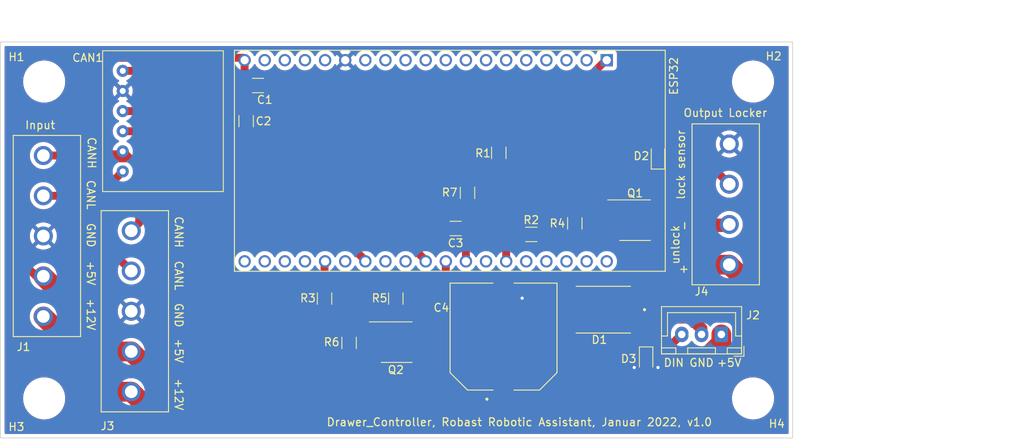
<source format=kicad_pcb>
(kicad_pcb (version 20211014) (generator pcbnew)
  (layers (0 "F.Cu" signal) (31 "B.Cu" signal) (34 "B.Paste" user) (35 "F.Paste" user) (36 "B.SilkS" user "B.Silkscreen") (37 "F.SilkS" user "F.Silkscreen") (38 "B.Mask" user) (39 "F.Mask" user) (44 "Edge.Cuts" user))
  (net 0 "")
  (net 1 "+5V")
  (net 2 "GND")
  (net 3 "Net-(CAN1-Pad3)")
  (net 4 "Net-(CAN1-Pad4)")
  (net 5 "CANH")
  (net 6 "CANL")
  (net 7 "+3V3")
  (net 8 "Net-(D1-PadA)")
  (net 9 "+12V")
  (net 10 "Net-(Q1-Pad4)")
  (net 40 "Net-(R2-Pad1)")
  (net 41 "Net-(C3-Pad1)")
  (net 42 "Net-(D2-Pad1)")
  (net 43 "Net-(D3-Pad1)")
  (net 44 "Net-(J2-Pad2)")
  (net 45 "Net-(R3-Pad1)")
  (net 46 "Net-(Q2-Pad4)")
  (net 47 "Net-(R5-Pad1)")
  (footprint "Resistor_SMD:R_1206_3216Metric_Pad1.30x1.75mm_HandSolder" (layer "F.Cu") (at 146.5 138 90)
    (fp_text reference "R6" (at 0.1 -2.2 180) (layer "F.SilkS"))
    (fp_text value "100k")
    (fp_line (start -0.727064 0.91) (end 0.727064 0.91) (layer "F.SilkS") (width 0.12))
    (fp_line (start -0.727064 -0.91) (end 0.727064 -0.91) (layer "F.SilkS") (width 0.12))
    (pad "1" smd roundrect (at -1.55 0 90) (size 1.3 1.75) (layers "F.Cu" "F.Paste" "F.Mask") (roundrect_rratio 0.1923076923) (net 46 "Net-(Q2-Pad4)"))
    (pad "2" smd roundrect (at 1.55 0 90) (size 1.3 1.75) (layers "F.Cu" "F.Paste" "F.Mask") (roundrect_rratio 0.1923076923) (net 2 "GND"))
  )
  (footprint "Package_SO:SOIC-8_3.9x4.9mm_P1.27mm" (layer "F.Cu") (at 182.6 122.5)
    (fp_text reference "Q1" (at 0 -3.4) (layer "F.SilkS"))
    (fp_text value "IRF7401")
    (fp_line (start 0 2.56) (end -1.95 2.56) (layer "F.SilkS") (width 0.12))
    (fp_line (start 0 -2.56) (end 1.95 -2.56) (layer "F.SilkS") (width 0.12))
    (fp_line (start 0 -2.56) (end -3.45 -2.56) (layer "F.SilkS") (width 0.12))
    (fp_line (start 0 2.56) (end 1.95 2.56) (layer "F.SilkS") (width 0.12))
    (pad "1" smd roundrect (at -2.475 -1.905) (size 1.95 0.6) (layers "F.Cu" "F.Paste" "F.Mask") (net 2 "GND"))
    (pad "2" smd roundrect (at -2.475 -0.635) (size 1.95 0.6) (layers "F.Cu" "F.Paste" "F.Mask") (net 2 "GND"))
    (pad "3" smd roundrect (at -2.475 0.635) (size 1.95 0.6) (layers "F.Cu" "F.Paste" "F.Mask") (net 2 "GND"))
    (pad "4" smd roundrect (at -2.475 1.905) (size 1.95 0.6) (layers "F.Cu" "F.Paste" "F.Mask") (net 10 "Net-(Q1-Pad4)"))
    (pad "5" smd roundrect (at 2.475 1.905) (size 1.95 0.6) (layers "F.Cu" "F.Paste" "F.Mask") (net 8 "Net-(D1-PadA)"))
    (pad "6" smd roundrect (at 2.475 0.635) (size 1.95 0.6) (layers "F.Cu" "F.Paste" "F.Mask") (net 8 "Net-(D1-PadA)"))
    (pad "7" smd roundrect (at 2.475 -0.635) (size 1.95 0.6) (layers "F.Cu" "F.Paste" "F.Mask") (net 8 "Net-(D1-PadA)"))
    (pad "8" smd roundrect (at 2.475 -1.905) (size 1.95 0.6) (layers "F.Cu" "F.Paste" "F.Mask") (net 8 "Net-(D1-PadA)"))
  )
  (footprint "5 Position Terminal Block Header, Male, vertical:phoenix_5Pin_TerminalBlockHeader_male_vertical" (layer "F.Cu") (at 107.9 124.5 90)
    (fp_text reference "J1" (at -14 -2.5 180) (layer "F.SilkS"))
    (fp_text value "691311500005")
    (fp_line (start -12.7 4.7) (end 12.7 4.7) (layer "F.SilkS") (width 0.127))
    (fp_line (start 12.7 4.7) (end 12.7 -3.8) (layer "F.SilkS") (width 0.127))
    (fp_line (start 12.7 -3.8) (end -12.7 -3.8) (layer "F.SilkS") (width 0.127))
    (fp_line (start -12.7 -3.8) (end -12.7 4.7) (layer "F.SilkS") (width 0.127))
    (pad "1" thru_hole circle locked (at -10.16 0 90) (size 2.4 2.4) (drill 1.6) (layers *.Cu *.Mask) (net 9 "+12V"))
    (pad "2" thru_hole circle locked (at -5.08 0 90) (size 2.4 2.4) (drill 1.6) (layers *.Cu *.Mask) (net 1 "+5V"))
    (pad "3" thru_hole circle locked (at 0 0 90) (size 2.4 2.4) (drill 1.6) (layers *.Cu *.Mask) (net 2 "GND"))
    (pad "4" thru_hole circle locked (at 5.08 0 90) (size 2.4 2.4) (drill 1.6) (layers *.Cu *.Mask) (net 6 "CANL"))
    (pad "5" thru_hole circle locked (at 10.16 0 90) (size 2.4 2.4) (drill 1.6) (layers *.Cu *.Mask) (net 5 "CANH"))
  )
  (footprint "SN65HVD230_Module:SN65HSV230_Module" (layer "F.Cu") (at 117.92 103.65 -90)
    (fp_text reference "CAN1" (at -1.65 4.42 unlocked) (layer "F.SilkS"))
    (fp_text value "SN65HVD230_Module")
    (fp_rect (start -2.54 2.54) (end 15.24 -12.7) (layer "F.SilkS") (width 0.12) (fill none))
    (pad "1" thru_hole circle (at 0 0 270) (size 1.524 1.524) (drill 0.762) (layers *.Cu *.Mask) (net 7 "+3V3"))
    (pad "2" thru_hole circle (at 2.54 0 270) (size 1.524 1.524) (drill 0.762) (layers *.Cu *.Mask) (net 2 "GND"))
    (pad "3" thru_hole circle (at 5.08 0 270) (size 1.524 1.524) (drill 0.762) (layers *.Cu *.Mask) (net 3 "Net-(CAN1-Pad3)"))
    (pad "4" thru_hole circle (at 7.62 0 270) (size 1.524 1.524) (drill 0.762) (layers *.Cu *.Mask) (net 4 "Net-(CAN1-Pad4)"))
    (pad "5" thru_hole circle (at 10.16 0 270) (size 1.524 1.524) (drill 0.762) (layers *.Cu *.Mask) (net 5 "CANH"))
    (pad "6" thru_hole circle (at 12.7 0 270) (size 1.524 1.524) (drill 0.762) (layers *.Cu *.Mask) (net 6 "CANL"))
  )
  (footprint "Resistor_SMD:R_1206_3216Metric_Pad1.30x1.75mm_HandSolder" (layer "F.Cu") (at 169.5 124.3)
    (fp_text reference "R2" (at 0 -1.82) (layer "F.SilkS"))
    (fp_text value "100")
    (fp_line (start -0.727064 0.91) (end 0.727064 0.91) (layer "F.SilkS") (width 0.12))
    (fp_line (start -0.727064 -0.91) (end 0.727064 -0.91) (layer "F.SilkS") (width 0.12))
    (pad "1" smd roundrect (at -1.55 0) (size 1.3 1.75) (layers "F.Cu" "F.Paste" "F.Mask") (roundrect_rratio 0.1923076923) (net 40 "Net-(R2-Pad1)"))
    (pad "2" smd roundrect (at 1.55 0) (size 1.3 1.75) (layers "F.Cu" "F.Paste" "F.Mask") (roundrect_rratio 0.1923076923) (net 10 "Net-(Q1-Pad4)"))
  )
  (footprint "Package_SO:SOIC-8_3.9x4.9mm_P1.27mm" (layer "F.Cu") (at 152.5 137.9)
    (fp_text reference "Q2" (at -0.1 3.5) (layer "F.SilkS"))
    (fp_text value "IRF7401")
    (fp_line (start 0 -2.56) (end 1.95 -2.56) (layer "F.SilkS") (width 0.12))
    (fp_line (start 0 2.56) (end -1.95 2.56) (layer "F.SilkS") (width 0.12))
    (fp_line (start 0 2.56) (end 1.95 2.56) (layer "F.SilkS") (width 0.12))
    (fp_line (start 0 -2.56) (end -3.45 -2.56) (layer "F.SilkS") (width 0.12))
    (pad "1" smd roundrect (at -2.475 -1.905) (size 1.95 0.6) (layers "F.Cu" "F.Paste" "F.Mask") (net 2 "GND"))
    (pad "2" smd roundrect (at -2.475 -0.635) (size 1.95 0.6) (layers "F.Cu" "F.Paste" "F.Mask") (net 2 "GND"))
    (pad "3" smd roundrect (at -2.475 0.635) (size 1.95 0.6) (layers "F.Cu" "F.Paste" "F.Mask") (net 2 "GND"))
    (pad "4" smd roundrect (at -2.475 1.905) (size 1.95 0.6) (layers "F.Cu" "F.Paste" "F.Mask") (net 46 "Net-(Q2-Pad4)"))
    (pad "5" smd roundrect (at 2.475 1.905) (size 1.95 0.6) (layers "F.Cu" "F.Paste" "F.Mask") (net 44 "Net-(J2-Pad2)"))
    (pad "6" smd roundrect (at 2.475 0.635) (size 1.95 0.6) (layers "F.Cu" "F.Paste" "F.Mask") (net 44 "Net-(J2-Pad2)"))
    (pad "7" smd roundrect (at 2.475 -0.635) (size 1.95 0.6) (layers "F.Cu" "F.Paste" "F.Mask") (net 44 "Net-(J2-Pad2)"))
    (pad "8" smd roundrect (at 2.475 -1.905) (size 1.95 0.6) (layers "F.Cu" "F.Paste" "F.Mask") (net 44 "Net-(J2-Pad2)"))
  )
  (footprint "Resistor_SMD:R_1206_3216Metric_Pad1.30x1.75mm_HandSolder" (layer "F.Cu") (at 143.4 132.4 -90)
    (fp_text reference "R3" (at -0.05 2.1 180) (layer "F.SilkS"))
    (fp_text value "470")
    (fp_line (start -0.727064 0.91) (end 0.727064 0.91) (layer "F.SilkS") (width 0.12))
    (fp_line (start -0.727064 -0.91) (end 0.727064 -0.91) (layer "F.SilkS") (width 0.12))
    (pad "1" smd roundrect (at -1.55 0 270) (size 1.3 1.75) (layers "F.Cu" "F.Paste" "F.Mask") (roundrect_rratio 0.1923076923) (net 45 "Net-(R3-Pad1)"))
    (pad "2" smd roundrect (at 1.55 0 270) (size 1.3 1.75) (layers "F.Cu" "F.Paste" "F.Mask") (roundrect_rratio 0.1923076923) (net 43 "Net-(D3-Pad1)"))
  )
  (footprint "MountingHole:MountingHole_4.3mm_M4_ISO7380" (layer "F.Cu") (at 197.5 145)
    (fp_text reference "H4" (at 3 3.2) (layer "F.SilkS"))
    (fp_text value "MountingHole")
    (pad "" np_thru_hole circle (at 0 0) (size 4.3 4.3) (drill 4.3) (layers *.Cu *.Mask))
  )
  (footprint "Diode_SMD:D_SOD-323" (layer "F.Cu") (at 185.5 114.55 90)
    (fp_text reference "D2" (at 0.15 -2.1 180) (layer "F.SilkS"))
    (fp_text value "PESD 12VL1BA")
    (fp_line (start -1.5 -0.85) (end -1.5 0.85) (layer "F.SilkS") (width 0.12))
    (fp_line (start -1.5 -0.85) (end 1.05 -0.85) (layer "F.SilkS") (width 0.12))
    (fp_line (start -1.5 0.85) (end 1.05 0.85) (layer "F.SilkS") (width 0.12))
    (pad "1" smd rect (at -1.05 0 90) (size 0.6 0.45) (layers "F.Cu" "F.Paste" "F.Mask") (net 42 "Net-(D2-Pad1)"))
    (pad "2" smd rect (at 1.05 0 90) (size 0.6 0.45) (layers "F.Cu" "F.Paste" "F.Mask") (net 2 "GND"))
  )
  (footprint "Resistor_SMD:R_1206_3216Metric_Pad1.30x1.75mm_HandSolder" (layer "F.Cu") (at 152.4 132.4 -90)
    (fp_text reference "R5" (at -0.05 2.05 -180) (layer "F.SilkS"))
    (fp_text value "1k")
    (fp_line (start -0.727064 0.91) (end 0.727064 0.91) (layer "F.SilkS") (width 0.12))
    (fp_line (start -0.727064 -0.91) (end 0.727064 -0.91) (layer "F.SilkS") (width 0.12))
    (pad "1" smd roundrect (at -1.55 0 270) (size 1.3 1.75) (layers "F.Cu" "F.Paste" "F.Mask") (roundrect_rratio 0.1923076923) (net 47 "Net-(R5-Pad1)"))
    (pad "2" smd roundrect (at 1.55 0 270) (size 1.3 1.75) (layers "F.Cu" "F.Paste" "F.Mask") (roundrect_rratio 0.1923076923) (net 46 "Net-(Q2-Pad4)"))
  )
  (footprint "Capacitor_SMD:C_1206_3216Metric_Pad1.33x1.80mm_HandSolder" (layer "F.Cu") (at 135 105.5 180)
    (fp_text reference "C1" (at -0.85 -1.8 180) (layer "F.SilkS"))
    (fp_text value "10uF")
    (fp_line (start -0.711252 0.91) (end 0.711252 0.91) (layer "F.SilkS") (width 0.12))
    (fp_line (start -0.711252 -0.91) (end 0.711252 -0.91) (layer "F.SilkS") (width 0.12))
    (pad "1" smd roundrect (at -1.5625 0 180) (size 1.325 1.8) (layers "F.Cu" "F.Paste" "F.Mask") (roundrect_rratio 0.1886792453) (net 2 "GND"))
    (pad "2" smd roundrect (at 1.5625 0 180) (size 1.325 1.8) (layers "F.Cu" "F.Paste" "F.Mask") (roundrect_rratio 0.1886792453) (net 1 "+5V"))
  )
  (footprint "5 Position Terminal Block Header, Male, vertical:phoenix_5Pin_TerminalBlockHeader_male_vertical" (layer "F.Cu") (at 119 134 90)
    (fp_text reference "J3" (at -14.5 -3 180) (layer "F.SilkS"))
    (fp_text value "691311500005")
    (fp_line (start 12.7 4.7) (end 12.7 -3.8) (layer "F.SilkS") (width 0.127))
    (fp_line (start -12.7 4.7) (end 12.7 4.7) (layer "F.SilkS") (width 0.127))
    (fp_line (start -12.7 -3.8) (end -12.7 4.7) (layer "F.SilkS") (width 0.127))
    (fp_line (start 12.7 -3.8) (end -12.7 -3.8) (layer "F.SilkS") (width 0.127))
    (pad "1" thru_hole circle locked (at -10.16 0 90) (size 2.4 2.4) (drill 1.6) (layers *.Cu *.Mask) (net 9 "+12V"))
    (pad "2" thru_hole circle locked (at -5.08 0 90) (size 2.4 2.4) (drill 1.6) (layers *.Cu *.Mask) (net 1 "+5V"))
    (pad "3" thru_hole circle locked (at 0 0 90) (size 2.4 2.4) (drill 1.6) (layers *.Cu *.Mask) (net 2 "GND"))
    (pad "4" thru_hole circle locked (at 5.08 0 90) (size 2.4 2.4) (drill 1.6) (layers *.Cu *.Mask) (net 6 "CANL"))
    (pad "5" thru_hole circle locked (at 10.16 0 90) (size 2.4 2.4) (drill 1.6) (layers *.Cu *.Mask) (net 5 "CANH"))
  )
  (footprint "EEEFK1E102AQ:CAP_EEEFK1E102AQ" (layer "F.Cu") (at 166 137.2 90)
    (fp_text reference "C4" (at 3.65 -7.85 180) (layer "F.SilkS"))
    (fp_text value "1000uF EEEFK1E102AQ")
    (fp_line (start 6.75 -6.75) (end -4.55 -6.75) (layer "F.SilkS") (width 0.127))
    (fp_line (start 6.75 -1.32) (end 6.75 -6.75) (layer "F.SilkS") (width 0.127))
    (fp_line (start -6.75 1.32) (end -6.75 4.55) (layer "F.SilkS") (width 0.127))
    (fp_line (start 6.75 6.75) (end 6.75 1.32) (layer "F.SilkS") (width 0.127))
    (fp_line (start -4.55 6.75) (end 6.75 6.75) (layer "F.SilkS") (width 0.127))
    (fp_line (start -6.75 -4.55) (end -6.75 -1.32) (layer "F.SilkS") (width 0.127))
    (fp_line (start -4.55 -6.75) (end -6.75 -4.55) (layer "F.SilkS") (width 0.127))
    (fp_line (start -6.75 4.55) (end -4.55 6.75) (layer "F.SilkS") (width 0.127))
    (fp_circle (center -7.9 -2.1) (end -7.8 -2.1) (layer "F.SilkS") (width 0.2) (fill none))
    (pad "1" smd rect locked (at -4.85 0 90) (size 5.7 2) (layers "F.Cu" "F.Paste" "F.Mask") (net 1 "+5V"))
    (pad "2" smd rect locked (at 4.85 0 90) (size 5.7 2) (layers "F.Cu" "F.Paste" "F.Mask") (net 2 "GND"))
  )
  (footprint "MountingHole:MountingHole_4.3mm_M4_ISO7380" (layer "F.Cu") (at 108 105)
    (fp_text reference "H1" (at -3.5 -3.1) (layer "F.SilkS"))
    (fp_text value "MountingHole")
    (pad "" np_thru_hole circle (at 0 0) (size 4.3 4.3) (drill 4.3) (layers *.Cu *.Mask))
  )
  (footprint "MountingHole:MountingHole_4.3mm_M4_ISO7380" (layer "F.Cu") (at 197.5 105)
    (fp_text reference "H2" (at 2.6 -3.2) (layer "F.SilkS"))
    (fp_text value "MountingHole")
    (pad "" np_thru_hole circle (at 0 0) (size 4.3 4.3) (drill 4.3) (layers *.Cu *.Mask))
  )
  (footprint "Resistor_SMD:R_1206_3216Metric_Pad1.30x1.75mm_HandSolder" (layer "F.Cu") (at 175 122.9 90)
    (fp_text reference "R4" (at 0 -2.2 180) (layer "F.SilkS"))
    (fp_text value "10k")
    (fp_line (start -0.727064 0.91) (end 0.727064 0.91) (layer "F.SilkS") (width 0.12))
    (fp_line (start -0.727064 -0.91) (end 0.727064 -0.91) (layer "F.SilkS") (width 0.12))
    (pad "1" smd roundrect (at -1.55 0 90) (size 1.3 1.75) (layers "F.Cu" "F.Paste" "F.Mask") (roundrect_rratio 0.1923076923) (net 10 "Net-(Q1-Pad4)"))
    (pad "2" smd roundrect (at 1.55 0 90) (size 1.3 1.75) (layers "F.Cu" "F.Paste" "F.Mask") (roundrect_rratio 0.1923076923) (net 2 "GND"))
  )
  (footprint "MountingHole:MountingHole_4.3mm_M4_ISO7380" (layer "F.Cu") (at 108 145)
    (fp_text reference "H3" (at -3.5 3.6) (layer "F.SilkS"))
    (fp_text value "MountingHole")
    (pad "" np_thru_hole circle (at 0 0) (size 4.3 4.3) (drill 4.3) (layers *.Cu *.Mask))
  )
  (footprint "Diode_SMD:D_SOD-323" (layer "F.Cu") (at 184 140 -90)
    (fp_text reference "D3" (at 0 2.2 180) (layer "F.SilkS"))
    (fp_text value "PESD 12VL1BA")
    (fp_line (start -1.5 0.85) (end 1.05 0.85) (layer "F.SilkS") (width 0.12))
    (fp_line (start -1.5 -0.85) (end -1.5 0.85) (layer "F.SilkS") (width 0.12))
    (fp_line (start -1.5 -0.85) (end 1.05 -0.85) (layer "F.SilkS") (width 0.12))
    (pad "1" smd rect (at -1.05 0 270) (size 0.6 0.45) (layers "F.Cu" "F.Paste" "F.Mask") (net 43 "Net-(D3-Pad1)"))
    (pad "2" smd rect (at 1.05 0 270) (size 0.6 0.45) (layers "F.Cu" "F.Paste" "F.Mask") (net 2 "GND"))
  )
  (footprint "Capacitor_SMD:C_1206_3216Metric_Pad1.33x1.80mm_HandSolder" (layer "F.Cu") (at 133.5 110 -90)
    (fp_text reference "C2" (at 0 -2.2) (layer "F.SilkS"))
    (fp_text value "10uF")
    (fp_line (start -0.711252 -0.91) (end 0.711252 -0.91) (layer "F.SilkS") (width 0.12))
    (fp_line (start -0.711252 0.91) (end 0.711252 0.91) (layer "F.SilkS") (width 0.12))
    (pad "1" smd roundrect (at -1.5625 0 270) (size 1.325 1.8) (layers "F.Cu" "F.Paste" "F.Mask") (roundrect_rratio 0.1886792453) (net 7 "+3V3"))
    (pad "2" smd roundrect (at 1.5625 0 270) (size 1.325 1.8) (layers "F.Cu" "F.Paste" "F.Mask") (roundrect_rratio 0.1886792453) (net 2 "GND"))
  )
  (footprint "ESP32 DevKit:MODULE_ESP32-DEVKITC-32D" (layer "F.Cu") (at 159.27 115 -90)
    (fp_text reference "U1" hide)
    (fp_text value "ESP32-DEVKITC-32D")
    (fp_line (start 13.95 -27.15) (end 13.95 27.25) (layer "F.SilkS") (width 0.127))
    (fp_line (start 13.95 27.25) (end -13.95 27.25) (layer "F.SilkS") (width 0.127))
    (fp_line (start -13.95 27.25) (end -13.95 -27.15) (layer "F.SilkS") (width 0.127))
    (fp_line (start -13.95 -27.15) (end 13.95 -27.15) (layer "F.SilkS") (width 0.127))
    (pad "1" thru_hole rect locked (at -12.7 -19.76 270) (size 1.56 1.56) (drill 1.04) (layers *.Cu *.Mask) (net 7 "+3V3"))
    (pad "2" thru_hole circle locked (at -12.7 -17.22 270) (size 1.56 1.56) (drill 1.04) (layers *.Cu *.Mask))
    (pad "3" thru_hole circle locked (at -12.7 -14.68 270) (size 1.56 1.56) (drill 1.04) (layers *.Cu *.Mask))
    (pad "4" thru_hole circle locked (at -12.7 -12.14 270) (size 1.56 1.56) (drill 1.04) (layers *.Cu *.Mask))
    (pad "5" thru_hole circle locked (at -12.7 -9.6 270) (size 1.56 1.56) (drill 1.04) (layers *.Cu *.Mask))
    (pad "6" thru_hole circle locked (at -12.7 -7.06 270) (size 1.56 1.56) (drill 1.04) (layers *.Cu *.Mask))
    (pad "7" thru_hole circle locked (at -12.7 -4.52 270) (size 1.56 1.56) (drill 1.04) (layers *.Cu *.Mask))
    (pad "8" thru_hole circle locked (at -12.7 -1.98 270) (size 1.56 1.56) (drill 1.04) (layers *.Cu *.Mask))
    (pad "9" thru_hole circle locked (at -12.7 0.56 270) (size 1.56 1.56) (drill 1.04) (layers *.Cu *.Mask))
    (pad "10" thru_hole circle locked (at -12.7 3.1 270) (size 1.56 1.56) (drill 1.04) (layers *.Cu *.Mask))
    (pad "11" thru_hole circle locked (at -12.7 5.64 270) (size 1.56 1.56) (drill 1.04) (layers *.Cu *.Mask))
    (pad "12" thru_hole circle locked (at -12.7 8.18 270) (size 1.56 1.56) (drill 1.04) (layers *.Cu *.Mask))
    (pad "13" thru_hole circle locked (at -12.7 10.72 270) (size 1.56 1.56) (drill 1.04) (layers *.Cu *.Mask))
    (pad "14" thru_hole circle locked (at -12.7 13.26 270) (size 1.56 1.56) (drill 1.04) (layers *.Cu *.Mask) (net 2 "GND"))
    (pad "15" thru_hole circle locked (at -12.7 15.8 270) (size 1.56 1.56) (drill 1.04) (layers *.Cu *.Mask))
    (pad "16" thru_hole circle locked (at -12.7 18.34 270) (size 1.56 1.56) (drill 1.04) (layers *.Cu *.Mask))
    (pad "17" thru_hole circle locked (at -12.7 20.88 270) (size 1.56 1.56) (drill 1.04) (layers *.Cu *.Mask))
    (pad "18" thru_hole circle locked (at -12.7 23.42 270) (size 1.56 1.56) (drill 1.04) (layers *.Cu *.Mask))
    (pad "19" thru_hole circle locked (at -12.7 25.96 270) (size 1.56 1.56) (drill 1.04) (layers *.Cu *.Mask) (net 1 "+5V"))
    (pad "20" thru_hole circle locked (at 12.7 -19.76 270) (size 1.56 1.56) (drill 1.04) (layers *.Cu *.Mask))
    (pad "21" thru_hole circle locked (at 12.7 -17.22 270) (size 1.56 1.56) (drill 1.04) (layers *.Cu *.Mask))
    (pad "22" thru_hole circle locked (at 12.7 -14.68 270) (size 1.56 1.56) (drill 1.04) (layers *.Cu *.Mask))
    (pad "23" thru_hole circle locked (at 12.7 -12.14 270) (size 1.56 1.56) (drill 1.04) (layers *.Cu *.Mask))
    (pad "24" thru_hole circle locked (at 12.7 -9.6 270) (size 1.56 1.56) (drill 1.04) (layers *.Cu *.Mask))
    (pad "25" thru_hole circle locked (at 12.7 -7.06 270) (size 1.56 1.56) (drill 1.04) (layers *.Cu *.Mask) (net 40 "Net-(R2-Pad1)"))
    (pad "26" thru_hole circle locked (at 12.7 -4.52 270) (size 1.56 1.56) (drill 1.04) (layers *.Cu *.Mask))
    (pad "27" thru_hole circle locked (at 12.7 -1.98 270) (size 1.56 1.56) (drill 1.04) (layers *.Cu *.Mask) (net 41 "Net-(C3-Pad1)"))
    (pad "28" thru_hole circle locked (at 12.7 0.56 270) (size 1.56 1.56) (drill 1.04) (layers *.Cu *.Mask) (net 47 "Net-(R5-Pad1)"))
    (pad "29" thru_hole circle locked (at 12.7 3.1 270) (size 1.56 1.56) (drill 1.04) (layers *.Cu *.Mask) (net 3 "Net-(CAN1-Pad3)"))
    (pad "30" thru_hole circle locked (at 12.7 5.64 270) (size 1.56 1.56) (drill 1.04) (layers *.Cu *.Mask))
    (pad "31" thru_hole circle locked (at 12.7 8.18 270) (size 1.56 1.56) (drill 1.04) (layers *.Cu *.Mask))
    (pad "32" thru_hole circle locked (at 12.7 10.72 270) (size 1.56 1.56) (drill 1.04) (layers *.Cu *.Mask) (net 4 "Net-(CAN1-Pad4)"))
    (pad "33" thru_hole circle locked (at 12.7 13.26 270) (size 1.56 1.56) (drill 1.04) (layers *.Cu *.Mask))
    (pad "34" thru_hole circle locked (at 12.7 15.8 270) (size 1.56 1.56) (drill 1.04) (layers *.Cu *.Mask) (net 45 "Net-(R3-Pad1)"))
    (pad "35" thru_hole circle locked (at 12.7 18.34 270) (size 1.56 1.56) (drill 1.04) (layers *.Cu *.Mask))
    (pad "36" thru_hole circle locked (at 12.7 20.88 270) (size 1.56 1.56) (drill 1.04) (layers *.Cu *.Mask))
    (pad "37" thru_hole circle locked (at 12.7 23.42 270) (size 1.56 1.56) (drill 1.04) (layers *.Cu *.Mask))
    (pad "38" thru_hole circle locked (at 12.7 25.96 270) (size 1.56 1.56) (drill 1.04) (layers *.Cu *.Mask))
  )
  (footprint "Connector_JST:JST_XH_B3B-XH-A_1x03_P2.50mm_Vertical" (layer "F.Cu") (at 193.5 136.925 180)
    (fp_text reference "J2" (at -4 2.425 180) (layer "F.SilkS"))
    (fp_text value "Conn_01x03_Female_LED_Strip")
    (fp_line (start 7.55 -1.7) (end 7.55 -2.45) (layer "F.SilkS") (width 0.12))
    (fp_line (start 6.8 2.75) (end 2.5 2.75) (layer "F.SilkS") (width 0.12))
    (fp_line (start -2.85 -2.75) (end -2.85 -1.5) (layer "F.SilkS") (width 0.12))
    (fp_line (start -0.75 -2.45) (end -2.55 -2.45) (layer "F.SilkS") (width 0.12))
    (fp_line (start -1.8 -0.2) (end -1.8 2.75) (layer "F.SilkS") (width 0.12))
    (fp_line (start 0.75 -2.45) (end 0.75 -1.7) (layer "F.SilkS") (width 0.12))
    (fp_line (start 4.25 -1.7) (end 4.25 -2.45) (layer "F.SilkS") (width 0.12))
    (fp_line (start 4.25 -2.45) (end 0.75 -2.45) (layer "F.SilkS") (width 0.12))
    (fp_line (start 0.75 -1.7) (end 4.25 -1.7) (layer "F.SilkS") (width 0.12))
    (fp_line (start -2.56 3.51) (end 7.56 3.51) (layer "F.SilkS") (width 0.12))
    (fp_line (start 6.8 -0.2) (end 6.8 2.75) (layer "F.SilkS") (width 0.12))
    (fp_line (start 7.56 -2.46) (end -2.56 -2.46) (layer "F.SilkS") (width 0.12))
    (fp_line (start 7.55 -0.2) (end 6.8 -0.2) (layer "F.SilkS") (width 0.12))
    (fp_line (start 5.75 -1.7) (end 7.55 -1.7) (layer "F.SilkS") (width 0.12))
    (fp_line (start -1.8 2.75) (end 2.5 2.75) (layer "F.SilkS") (width 0.12))
    (fp_line (start -0.75 -1.7) (end -0.75 -2.45) (layer "F.SilkS") (width 0.12))
    (fp_line (start 7.55 -2.45) (end 5.75 -2.45) (layer "F.SilkS") (width 0.12))
    (fp_line (start -2.55 -1.7) (end -0.75 -1.7) (layer "F.SilkS") (width 0.12))
    (fp_line (start 5.75 -2.45) (end 5.75 -1.7) (layer "F.SilkS") (width 0.12))
    (fp_line (start -2.55 -2.45) (end -2.55 -1.7) (layer "F.SilkS") (width 0.12))
    (fp_line (start -2.55 -0.2) (end -1.8 -0.2) (layer "F.SilkS") (width 0.12))
    (fp_line (start -1.6 -2.75) (end -2.85 -2.75) (layer "F.SilkS") (width 0.12))
    (fp_line (start -2.56 -2.46) (end -2.56 3.51) (layer "F.SilkS") (width 0.12))
    (fp_line (start 7.56 3.51) (end 7.56 -2.46) (layer "F.SilkS") (width 0.12))
    (pad "1" thru_hole roundrect (at 0 0 180) (size 1.7 1.95) (drill 0.95) (layers *.Cu *.Mask) (roundrect_rratio 0.1470588235) (net 1 "+5V"))
    (pad "2" thru_hole oval (at 2.5 0 180) (size 1.7 1.95) (drill 0.95) (layers *.Cu *.Mask) (net 44 "Net-(J2-Pad2)"))
    (pad "3" thru_hole oval (at 5 0 180) (size 1.7 1.95) (drill 0.95) (layers *.Cu *.Mask) (net 43 "Net-(D3-Pad1)"))
  )
  (footprint "4 Position Terminal Block Header, Male, vertical:phoenix_4Pin_TerminalBlockHeader_male_vertical" (layer "F.Cu") (at 194.5 120.5 -90)
    (fp_text reference "J4" (at 11 3.5 180) (layer "F.SilkS"))
    (fp_text value "691311500004")
    (fp_line (start 10.16 -3.8) (end -10.16 -3.8) (layer "F.SilkS") (width 0.127))
    (fp_line (start 10.16 4.7) (end 10.16 -3.8) (layer "F.SilkS") (width 0.127))
    (fp_line (start -10.16 4.7) (end 10.16 4.7) (layer "F.SilkS") (width 0.127))
    (fp_line (start -10.16 -3.8) (end -10.16 4.7) (layer "F.SilkS") (width 0.127))
    (pad "1" thru_hole circle locked (at -7.62 0 270) (size 2.4 2.4) (drill 1.6) (layers *.Cu *.Mask) (net 2 "GND"))
    (pad "2" thru_hole circle locked (at -2.54 0 270) (size 2.4 2.4) (drill 1.6) (layers *.Cu *.Mask) (net 42 "Net-(D2-Pad1)"))
    (pad "3" thru_hole circle locked (at 2.54 0 270) (size 2.4 2.4) (drill 1.6) (layers *.Cu *.Mask) (net 8 "Net-(D1-PadA)"))
    (pad "4" thru_hole circle locked (at 7.62 0 270) (size 2.4 2.4) (drill 1.6) (layers *.Cu *.Mask) (net 9 "+12V"))
  )
  (footprint "Resistor_SMD:R_1206_3216Metric_Pad1.30x1.75mm_HandSolder" (layer "F.Cu") (at 161.45 119.05 90)
    (fp_text reference "R7" (at 0.05 -2.25 180) (layer "F.SilkS"))
    (fp_text value "10k")
    (fp_line (start -0.727064 0.91) (end 0.727064 0.91) (layer "F.SilkS") (width 0.12))
    (fp_line (start -0.727064 -0.91) (end 0.727064 -0.91) (layer "F.SilkS") (width 0.12))
    (pad "1" smd roundrect (at -1.55 0 90) (size 1.3 1.75) (layers "F.Cu" "F.Paste" "F.Mask") (roundrect_rratio 0.1923076923) (net 41 "Net-(C3-Pad1)"))
    (pad "2" smd roundrect (at 1.55 0 90) (size 1.3 1.75) (layers "F.Cu" "F.Paste" "F.Mask") (roundrect_rratio 0.1923076923) (net 42 "Net-(D2-Pad1)"))
  )
  (footprint "Capacitor_SMD:C_1206_3216Metric_Pad1.33x1.80mm_HandSolder" (layer "F.Cu") (at 159.95 123.55 180)
    (fp_text reference "C3" (at 0 -1.85) (layer "F.SilkS"))
    (fp_text value "100nF")
    (fp_line (start -0.711252 0.91) (end 0.711252 0.91) (layer "F.SilkS") (width 0.12))
    (fp_line (start -0.711252 -0.91) (end 0.711252 -0.91) (layer "F.SilkS") (width 0.12))
    (pad "1" smd roundrect (at -1.5625 0 180) (size 1.325 1.8) (layers "F.Cu" "F.Paste" "F.Mask") (roundrect_rratio 0.1886792453) (net 41 "Net-(C3-Pad1)"))
    (pad "2" smd roundrect (at 1.5625 0 180) (size 1.325 1.8) (layers "F.Cu" "F.Paste" "F.Mask") (roundrect_rratio 0.1886792453) (net 2 "GND"))
  )
  (footprint "Resistor_SMD:R_1206_3216Metric_Pad1.30x1.75mm_HandSolder" (layer "F.Cu") (at 165.4 114 -90)
    (fp_text reference "R1" (at 0.05 2 -180) (layer "F.SilkS"))
    (fp_text value "100k")
    (fp_line (start -0.727064 -0.91) (end 0.727064 -0.91) (layer "F.SilkS") (width 0.12))
    (fp_line (start -0.727064 0.91) (end 0.727064 0.91) (layer "F.SilkS") (width 0.12))
    (pad "1" smd roundrect (at -1.55 0 270) (size 1.3 1.75) (layers "F.Cu" "F.Paste" "F.Mask") (roundrect_rratio 0.1923076923) (net 7 "+3V3"))
    (pad "2" smd roundrect (at 1.55 0 270) (size 1.3 1.75) (layers "F.Cu" "F.Paste" "F.Mask") (roundrect_rratio 0.1923076923) (net 42 "Net-(D2-Pad1)"))
  )
  (footprint "MBRS340:DIOM7959X261N" (layer "F.Cu") (at 178.6 133.8 180)
    (fp_text reference "D1" (at 0.5 -3.8) (layer "F.SilkS"))
    (fp_text value "MBRS340")
    (fp_line (start 3.4375 -2.95) (end -3.4375 -2.95) (layer "F.SilkS") (width 0.127))
    (fp_line (start -3.4375 2.95) (end 3.4375 2.95) (layer "F.SilkS") (width 0.127))
    (fp_circle (center -5.2 0) (end -5.1 0) (layer "F.SilkS") (width 0.2) (fill none))
    (pad "A" smd rect locked (at 3.455 0 180) (size 2.25 3.12) (layers "F.Cu" "F.Paste" "F.Mask") (net 8 "Net-(D1-PadA)"))
    (pad "C" smd rect locked (at -3.455 0 180) (size 2.25 3.12) (layers "F.Cu" "F.Paste" "F.Mask") (net 9 "+12V"))
  )
  (gr_rect (start 202.5 150) (end 102.5 100) (layer "Edge.Cuts") (width 0.1) (fill none))
  (gr_text "CANH" (at 114 114 270) (layer "F.SilkS") (effects (font (size 1 1))))
  (gr_text "DIN" (at 187.5 140.5) (layer "F.SilkS") (effects (font (size 1 1))))
  (gr_text "unlock\n" (at 187.7 125.6 90) (layer "F.SilkS") (effects (font (size 1 1))))
  (gr_text "GND" (at 125 134.5 270) (layer "F.SilkS") (effects (font (size 1 1))))
  (gr_text "+5V" (at 125 139 270) (layer "F.SilkS") (effects (font (size 1 1))))
  (gr_text "+5V" (at 113.9 129.2 270) (layer "F.SilkS") (effects (font (size 1 1))))
  (gr_text "-\n" (at 188.8 123.2 90) (layer "F.SilkS") (effects (font (size 1 1))))
  (gr_text "+12V" (at 125 144.5 270) (layer "F.SilkS") (effects (font (size 1 1))))
  (gr_text "GND" (at 191 140.5) (layer "F.SilkS") (effects (font (size 1 1))))
  (gr_text "+5V" (at 194.5 140.5) (layer "F.SilkS") (effects (font (size 1 1))))
  (gr_text "CANH" (at 125 124 270) (layer "F.SilkS") (effects (font (size 1 1))))
  (gr_text "lock sensor" (at 188.4 115.5 90) (layer "F.SilkS") (effects (font (size 1 1))))
  (gr_text "+" (at 188.7 128.7 90) (layer "F.SilkS") (effects (font (size 1 1))))
  (gr_text "ESP32" (at 187.5 104.3 90) (layer "F.SilkS") (effects (font (size 1 1))))
  (gr_text "GND" (at 113.9 124.4 270) (layer "F.SilkS") (effects (font (size 1 1))))
  (gr_text "CANL" (at 125 129.5 270) (layer "F.SilkS") (effects (font (size 1 1))))
  (gr_text "Drawer_Controller, Robast Robotic Assistant, Januar 2022, v1.0\n" (at 168 148) (layer "F.SilkS") (effects (font (size 1 1))))
  (gr_text "Output Locker" (at 194 108.95) (layer "F.SilkS") (effects (font (size 1 1))))
  (gr_text "Input" (at 107.5 110.5) (layer "F.SilkS") (effects (font (size 1 1))))
  (gr_text "CANL" (at 113.9 119.3 270) (layer "F.SilkS") (effects (font (size 1 1))))
  (gr_text "+12V" (at 113.9 134.4 270) (layer "F.SilkS") (effects (font (size 1 1))))
  (segment (start 123.92 144) (end 119 139.08) (width 2.5) (layer "F.Cu") (net 1))
  (segment (start 193.5 138) (end 187.5 144) (width 2.5) (layer "F.Cu") (net 1))
  (segment (start 169.1 144) (end 166.3 144) (width 2.5) (layer "F.Cu") (net 1))
  (segment (start 133.12 102) (end 133.31 102.19) (width 1) (layer "F.Cu") (net 1))
  (segment (start 187.5 144) (end 169.1 144) (width 2.5) (layer "F.Cu") (net 1))
  (segment (start 166.3 144) (end 164.1 144) (width 2.5) (layer "F.Cu") (net 1))
  (segment (start 116.5 102) (end 133.12 102) (width 1) (layer "F.Cu") (net 1))
  (segment (start 119 139.08) (end 117.4 139.08) (width 2.5) (layer "F.Cu") (net 1))
  (segment (start 167.95 144) (end 166 142.05) (width 2.5) (layer "F.Cu") (net 1))
  (segment (start 104.5 127.08) (end 104.5 112.5) (width 1) (layer "F.Cu") (net 1))
  (segment (start 193.5 136.925) (end 193.5 138) (width 2.5) (layer "F.Cu") (net 1))
  (segment (start 104.5 112.5) (end 106.5 110.5) (width 1) (layer "F.Cu") (net 1))
  (segment (start 110.5 110.5) (end 114 107) (width 1) (layer "F.Cu") (net 1))
  (segment (start 114 107) (end 114 104.5) (width 1) (layer "F.Cu") (net 1))
  (segment (start 164.1 143.95) (end 166 142.05) (width 2.5) (layer "F.Cu") (net 1))
  (segment (start 133.31 105.3725) (end 133.4375 105.5) (width 1) (layer "F.Cu") (net 1))
  (segment (start 133.31 102.19) (end 133.31 105.3725) (width 1) (layer "F.Cu") (net 1))
  (segment (start 166.6 143.7) (end 166.3 144) (width 1) (layer "F.Cu") (net 1))
  (segment (start 164.1 144) (end 164.1 143.95) (width 2.5) (layer "F.Cu") (net 1))
  (segment (start 117.4 139.08) (end 107.9 129.58) (width 2.5) (layer "F.Cu") (net 1))
  (segment (start 169.1 144) (end 167.95 144) (width 2.5) (layer "F.Cu") (net 1))
  (segment (start 114 104.5) (end 116.5 102) (width 1) (layer "F.Cu") (net 1))
  (segment (start 164.1 144) (end 123.92 144) (width 2.5) (layer "F.Cu") (net 1))
  (segment (start 106.5 110.5) (end 110.5 110.5) (width 1) (layer "F.Cu") (net 1))
  (segment (start 107 129.58) (end 104.5 127.08) (width 1) (layer "F.Cu") (net 1))
  (segment (start 166 132.35) (end 168.35 132.35) (width 1) (layer "F.Cu") (net 2))
  (segment (start 164.15 132.35) (end 166 132.35) (width 1) (layer "F.Cu") (net 2))
  (via (at 185.5 141.1) (size 0.8) (drill 0.4) (layers "F.Cu" "B.Cu") (net 2))
  (via (at 182.5 141.1) (size 0.8) (drill 0.4) (layers "F.Cu" "B.Cu") (net 2))
  (via (at 168.35 132.35) (size 0.8) (drill 0.4) (layers "F.Cu" "B.Cu") (net 2))
  (segment (start 135.5 121) (end 144.5 121) (width 1) (layer "F.Cu") (net 3))
  (segment (start 149 125.5) (end 154.08 125.5) (width 1) (layer "F.Cu") (net 3))
  (segment (start 117.92 108.73) (end 123.23 108.73) (width 1) (layer "F.Cu") (net 3))
  (segment (start 123.23 108.73) (end 135.5 121) (width 1) (layer "F.Cu") (net 3))
  (segment (start 144.5 121) (end 149 125.5) (width 1) (layer "F.Cu") (net 3))
  (segment (start 154.08 125.5) (end 156.17 127.59) (width 1) (layer "F.Cu") (net 3))
  (segment (start 117.92 111.27) (end 123.27 111.27) (width 1) (layer "F.Cu") (net 4))
  (segment (start 144 123) (end 144 123.04) (width 1) (layer "F.Cu") (net 4))
  (segment (start 135 123) (end 144 123) (width 1) (layer "F.Cu") (net 4))
  (segment (start 123.27 111.27) (end 135 123) (width 1) (layer "F.Cu") (net 4))
  (segment (start 144 123.04) (end 148.55 127.59) (width 1) (layer "F.Cu") (net 4))
  (segment (start 117.92 113.81) (end 118.805 114.695) (width 1) (layer "F.Cu") (net 5))
  (segment (start 116.18 114.18) (end 116.695 114.695) (width 1) (layer "F.Cu") (net 5))
  (segment (start 120 115.89) (end 120 122.84) (width 1) (layer "F.Cu") (net 5))
  (segment (start 120 122.84) (end 119 123.84) (width 1) (layer "F.Cu") (net 5))
  (segment (start 116.695 114.695) (end 118.805 114.695) (width 1) (layer "F.Cu") (net 5))
  (segment (start 116.02 114.34) (end 107.9 114.34) (width 1) (layer "F.Cu") (net 5))
  (segment (start 117.55 114.18) (end 117.92 113.81) (width 1) (layer "F.Cu") (net 5))
  (segment (start 118.805 114.695) (end 120 115.89) (width 1) (layer "F.Cu") (net 5))
  (segment (start 116.18 114.18) (end 117.55 114.18) (width 1) (layer "F.Cu") (net 5))
  (segment (start 116.18 114.18) (end 116.02 114.34) (width 1) (layer "F.Cu") (net 5))
  (segment (start 115.635 118.635) (end 114.85 119.42) (width 1) (layer "F.Cu") (net 6))
  (segment (start 116.5 122) (end 116.5 126.5) (width 1) (layer "F.Cu") (net 6))
  (segment (start 117.92 116.35) (end 115.635 118.635) (width 1) (layer "F.Cu") (net 6))
  (segment (start 116.58 126.5) (end 119 128.92) (width 1) (layer "F.Cu") (net 6))
  (segment (start 115.5 121) (end 116.5 122) (width 1) (layer "F.Cu") (net 6))
  (segment (start 113.92 119.42) (end 115.5 121) (width 1) (layer "F.Cu") (net 6))
  (segment (start 115.5 121) (end 115.5 118.77) (width 1) (layer "F.Cu") (net 6))
  (segment (start 116.5 126.5) (end 116.58 126.5) (width 1) (layer "F.Cu") (net 6))
  (segment (start 113.92 119.42) (end 107.9 119.42) (width 1) (layer "F.Cu") (net 6))
  (segment (start 115.5 118.77) (end 115.635 118.635) (width 1) (layer "F.Cu") (net 6))
  (segment (start 114.85 119.42) (end 113.92 119.42) (width 1) (layer "F.Cu") (net 6))
  (segment (start 166.55 107.95) (end 168.95 105.55) (width 1) (layer "F.Cu") (net 7))
  (segment (start 175.67 105.55) (end 168.95 105.55) (width 1) (layer "F.Cu") (net 7))
  (segment (start 164.9875 109.5125) (end 165.45 109.975) (width 1) (layer "F.Cu") (net 7))
  (segment (start 165.45 109.05) (end 166.55 107.95) (width 1) (layer "F.Cu") (net 7))
  (segment (start 124.15 103.65) (end 128.9375 108.4375) (width 1) (layer "F.Cu") (net 7))
  (segment (start 134.575 109.5125) (end 133.5 108.4375) (width 1) (layer "F.Cu") (net 7))
  (segment (start 165.45 109.975) (end 165.45 109.05) (width 1) (layer "F.Cu") (net 7))
  (segment (start 117.92 103.65) (end 124.15 103.65) (width 1) (layer "F.Cu") (net 7))
  (segment (start 165.4 112.45) (end 165.4 110.025) (width 1) (layer "F.Cu") (net 7))
  (segment (start 164.9875 109.5125) (end 134.575 109.5125) (width 1) (layer "F.Cu") (net 7))
  (segment (start 179.03 102.19) (end 175.67 105.55) (width 1) (layer "F.Cu") (net 7))
  (segment (start 165.4 110.025) (end 165.45 109.975) (width 1) (layer "F.Cu") (net 7))
  (segment (start 133.5 108.4375) (end 128.9375 108.4375) (width 1) (layer "F.Cu") (net 7))
  (segment (start 164.9875 109.5125) (end 166.55 107.95) (width 1) (layer "F.Cu") (net 7))
  (segment (start 186.91875 127.81875) (end 187.56875 127.16875) (width 2) (layer "F.Cu") (net 8))
  (segment (start 186.635 123.135) (end 189.11875 125.61875) (width 1.5) (layer "F.Cu") (net 8))
  (segment (start 185.075 129.6625) (end 184.3375 130.4) (width 2) (layer "F.Cu") (net 8))
  (segment (start 184.0375 130.7) (end 178.245 130.7) (width 2) (layer "F.Cu") (net 8))
  (segment (start 186.635 126.435) (end 186.865 126.435) (width 1.5) (layer "F.Cu") (net 8))
  (segment (start 185.075 120.595) (end 185.075 129.6625) (width 2) (layer "F.Cu") (net 8))
  (segment (start 187.7175 123.2375) (end 185.075 120.595) (width 2) (layer "F.Cu") (net 8))
  (segment (start 191.5 123.2375) (end 187.7175 123.2375) (width 2) (layer "F.Cu") (net 8))
  (segment (start 186.635 126.435) (end 186.635 123.135) (width 1.5) (layer "F.Cu") (net 8))
  (segment (start 190.0625 123.2375) (end 191.5 123.2375) (width 1.5) (layer "F.Cu") (net 8))
  (segment (start 184.3375 130.4) (end 186.91875 127.81875) (width 2) (layer "F.Cu") (net 8))
  (segment (start 187.56875 127.16875) (end 189.11875 125.61875) (width 2) (layer "F.Cu") (net 8))
  (segment (start 190.26 123.04) (end 190.0625 123.2375) (width 1.5) (layer "F.Cu") (net 8))
  (segment (start 189.11875 125.61875) (end 191.5 123.2375) (width 2) (layer "F.Cu") (net 8))
  (segment (start 185.075 125.975) (end 186.91875 127.81875) (width 1.5) (layer "F.Cu") (net 8))
  (segment (start 194.3025 123.2375) (end 194.5 123.04) (width 1.5) (layer "F.Cu") (net 8))
  (segment (start 191.5 123.2375) (end 194.3025 123.2375) (width 1.5) (layer "F.Cu") (net 8))
  (segment (start 186.865 126.435) (end 190.0625 123.2375) (width 1.5) (layer "F.Cu") (net 8))
  (segment (start 185.075 121.865) (end 185.075 125.975) (width 1.5) (layer "F.Cu") (net 8))
  (segment (start 186.91875 127.81875) (end 186.635 127.535) (width 1.5) (layer "F.Cu") (net 8))
  (segment (start 178.245 130.7) (end 175.145 133.8) (width 2) (layer "F.Cu") (net 8))
  (segment (start 184.3375 130.4) (end 184.0375 130.7) (width 2) (layer "F.Cu") (net 8))
  (segment (start 186.635 127.535) (end 186.635 126.435) (width 1.5) (layer "F.Cu") (net 8))
  (segment (start 194.5 123.04) (end 190.26 123.04) (width 1.5) (layer "F.Cu") (net 8))
  (segment (start 185.075 123.135) (end 186.635 123.135) (width 1.5) (layer "F.Cu") (net 8))
  (segment (start 194.5 128.12) (end 197.5 131.12) (width 2.5) (layer "F.Cu") (net 9))
  (segment (start 197.5 131.12) (end 197.5 138.25) (width 2.5) (layer "F.Cu") (net 9))
  (segment (start 182.055 133.8) (end 185 133.8) (width 2.5) (layer "F.Cu") (net 9))
  (segment (start 185 133.8) (end 190.68 128.12) (width 2.5) (layer "F.Cu") (net 9))
  (segment (start 117.4 144.16) (end 107.9 134.66) (width 2.5) (layer "F.Cu") (net 9))
  (segment (start 119 144.16) (end 117.4 144.16) (width 2.5) (layer "F.Cu") (net 9))
  (segment (start 197.5 138.25) (end 188.55 147.2) (width 2.5) (layer "F.Cu") (net 9))
  (segment (start 190.68 128.12) (end 194.5 128.12) (width 2.5) (layer "F.Cu") (net 9))
  (segment (start 122.04 147.2) (end 119 144.16) (width 2.5) (layer "F.Cu") (net 9))
  (segment (start 188.55 147.2) (end 122.04 147.2) (width 2.5) (layer "F.Cu") (net 9))
  (segment (start 171.05 124.3) (end 174.85 124.3) (width 1) (layer "F.Cu") (net 10))
  (segment (start 180.08 124.45) (end 180.125 124.405) (width 1) (layer "F.Cu") (net 10))
  (segment (start 174.85 124.3) (end 175 124.45) (width 1) (layer "F.Cu") (net 10))
  (segment (start 175 124.45) (end 180.08 124.45) (width 1) (layer "F.Cu") (net 10))
  (segment (start 166.33 127.59) (end 166.33 125.92) (width 1) (layer "F.Cu") (net 40))
  (segment (start 166.33 125.92) (end 167.95 124.3) (width 1) (layer "F.Cu") (net 40))
  (segment (start 161.25 123.8125) (end 161.5125 123.55) (width 1) (layer "F.Cu") (net 41))
  (segment (start 161.5125 123.55) (end 161.5125 120.6625) (width 1) (layer "F.Cu") (net 41))
  (segment (start 161.25 127.59) (end 161.25 123.8125) (width 1) (layer "F.Cu") (net 41))
  (segment (start 161.5125 120.6625) (end 161.45 120.6) (width 1) (layer "F.Cu") (net 41))
  (segment (start 165.4 115.55) (end 163.4 115.55) (width 1) (layer "F.Cu") (net 42))
  (segment (start 165.4 115.55) (end 165.45 115.6) (width 1) (layer "F.Cu") (net 42))
  (segment (start 192.14 115.6) (end 194.5 117.96) (width 1) (layer "F.Cu") (net 42))
  (segment (start 165.45 115.6) (end 192.14 115.6) (width 1) (layer "F.Cu") (net 42))
  (segment (start 163.4 115.55) (end 161.45 117.5) (width 1) (layer "F.Cu") (net 42))
  (segment (start 143.4 139.6) (end 143.4 133.95) (width 1) (layer "F.Cu") (net 43))
  (segment (start 181.95 138.95) (end 181.3 138.3) (width 1) (layer "F.Cu") (net 43))
  (segment (start 145.5 141.7) (end 143.4 139.6) (width 1) (layer "F.Cu") (net 43))
  (segment (start 181.3 138.3) (end 161.1 138.3) (width 1) (layer "F.Cu") (net 43))
  (segment (start 157.7 141.7) (end 145.5 141.7) (width 1) (layer "F.Cu") (net 43))
  (segment (start 161.1 138.3) (end 157.7 141.7) (width 1) (layer "F.Cu") (net 43))
  (segment (start 188.5 136.925) (end 188.475 136.925) (width 1) (layer "F.Cu") (net 43))
  (segment (start 184 138.95) (end 181.95 138.95) (width 1) (layer "F.Cu") (net 43))
  (segment (start 186.45 138.95) (end 184 138.95) (width 1) (layer "F.Cu") (net 43))
  (segment (start 188.475 136.925) (end 186.45 138.95) (width 1) (layer "F.Cu") (net 43))
  (segment (start 158.08 136.7) (end 155.68 136.7) (width 1.5) (layer "F.Cu") (net 44))
  (segment (start 189.6 134.8) (end 187.4 134.8) (width 1.5) (layer "F.Cu") (net 44))
  (segment (start 185.5 136.7) (end 158.08 136.7) (width 1.5) (layer "F.Cu") (net 44))
  (segment (start 191 136.2) (end 189.6 134.8) (width 1.5) (layer "F.Cu") (net 44))
  (segment (start 155.68 136.7) (end 154.975 135.995) (width 1.5) (layer "F.Cu") (net 44))
  (segment (start 158.08 136.7) (end 156.74 138.04) (width 1.5) (layer "F.Cu") (net 44))
  (segment (start 156.74 138.04) (end 154.975 139.805) (width 1.5) (layer "F.Cu") (net 44))
  (segment (start 154.975 135.995) (end 154.975 138.125) (width 1.5) (layer "F.Cu") (net 44))
  (segment (start 156.655 138.125) (end 156.74 138.04) (width 1.5) (layer "F.Cu") (net 44))
  (segment (start 187.4 134.8) (end 185.5 136.7) (width 1.5) (layer "F.Cu") (net 44))
  (segment (start 154.975 138.125) (end 156.655 138.125) (width 1.5) (layer "F.Cu") (net 44))
  (segment (start 154.975 138.125) (end 154.975 139.805) (width 1.5) (layer "F.Cu") (net 44))
  (segment (start 191 136.2) (end 191 136.925) (width 1) (layer "F.Cu") (net 44))
  (segment (start 143.4 130.85) (end 143.4 127.77) (width 1) (layer "F.Cu") (net 45))
  (segment (start 143.4 127.77) (end 143.47 127.7) (width 1) (layer "F.Cu") (net 45))
  (segment (start 152.4 133.95) (end 152.4 139.2) (width 1) (layer "F.Cu") (net 46))
  (segment (start 150.025 139.805) (end 146.755 139.805) (width 1) (layer "F.Cu") (net 46))
  (segment (start 152.4 139.2) (end 151.795 139.805) (width 1) (layer "F.Cu") (net 46))
  (segment (start 151.795 139.805) (end 150.025 139.805) (width 1) (layer "F.Cu") (net 46))
  (segment (start 157.7 130) (end 153.25 130) (width 1) (layer "F.Cu") (net 47))
  (segment (start 158.71 128.99) (end 157.7 130) (width 1) (layer "F.Cu") (net 47))
  (segment (start 158.71 127.7) (end 158.71 128.99) (width 1) (layer "F.Cu") (net 47))
  (segment (start 153.25 130) (end 152.4 130.85) (width 1) (layer "F.Cu") (net 47))
  (zone (net 0) (net_name "") (layer "F.Cu") (connect_pads (clearance 0)) (min_thickness 0.254)
    (keepout (tracks allowed) (vias allowed) (pads allowed) (copperpour not_allowed) (footprints allowed))
    (fill (thermal_gap 0.508) (thermal_bridge_width 0.508))
    (polygon (pts (xy 157.4 135.4) (xy 156 135.4) (xy 154.3 134.6) (xy 153.5 135.6) (xy 153.8 133.3)))
  )
  (zone (net 0) (net_name "") (layer "F.Cu") (connect_pads (clearance 0)) (min_thickness 0.254)
    (keepout (tracks allowed) (vias allowed) (pads allowed) (copperpour not_allowed) (footprints allowed))
    (fill (thermal_gap 0.508) (thermal_bridge_width 0.508))
    (polygon (pts (xy 156.1 130.4) (xy 155.1 130.5) (xy 154 128.7) (xy 154.4 128.5)))
  )
  (zone (net 0) (net_name "") (layer "F.Cu") (connect_pads (clearance 0)) (min_thickness 0.254)
    (keepout (tracks allowed) (vias allowed) (pads allowed) (copperpour not_allowed) (footprints allowed))
    (fill (thermal_gap 0.508) (thermal_bridge_width 0.508))
    (polygon (pts (xy 167.2 123) (xy 166.8 123.7) (xy 162.3 122.4) (xy 162.7 120.1)))
  )
  (zone (net 0) (net_name "") (layer "F.Cu") (connect_pads (clearance 0)) (min_thickness 0.254)
    (keepout (tracks allowed) (vias allowed) (pads allowed) (copperpour not_allowed) (footprints allowed))
    (fill (thermal_gap 0.508) (thermal_bridge_width 0.508))
    (polygon (pts (xy 173.560925 135.663987) (xy 167.360925 135.263987) (xy 167.310925 133.313987) (xy 173.828755 133.282968)))
  )
  (zone (net 0) (net_name "") (layer "F.Cu") (connect_pads (clearance 0)) (min_thickness 0.254)
    (keepout (tracks allowed) (vias allowed) (pads allowed) (copperpour not_allowed) (footprints allowed))
    (fill (thermal_gap 0.508) (thermal_bridge_width 0.508))
    (polygon (pts (xy 178.05 101.15) (xy 177.9 101.25) (xy 149 101.2) (xy 148.7 101.05)))
  )
  (zone (net 0) (net_name "") (layer "F.Cu") (connect_pads (clearance 0)) (min_thickness 0.254)
    (keepout (tracks allowed) (vias allowed) (pads allowed) (copperpour not_allowed) (footprints allowed))
    (fill (thermal_gap 0.508) (thermal_bridge_width 0.508))
    (polygon (pts (xy 186.9 142.4) (xy 185.5 142.4) (xy 186.3 141.1) (xy 185.3 139.8) (xy 186.9 139.8)))
  )
  (zone (net 0) (net_name "") (layer "F.Cu") (connect_pads (clearance 0)) (min_thickness 0.254)
    (keepout (tracks allowed) (vias allowed) (pads allowed) (copperpour not_allowed) (footprints allowed))
    (fill (thermal_gap 0.508) (thermal_bridge_width 0.508))
    (polygon (pts (xy 109.5 118.5) (xy 107 118.5) (xy 107 115) (xy 109 115)))
  )
  (zone (net 0) (net_name "") (layer "F.Cu") (connect_pads (clearance 0)) (min_thickness 0.254)
    (keepout (tracks allowed) (vias allowed) (pads allowed) (copperpour not_allowed) (footprints allowed))
    (fill (thermal_gap 0.508) (thermal_bridge_width 0.508))
    (polygon (pts (xy 195.5 124.45) (xy 196.018914 127.053715) (xy 193.218914 126.503715) (xy 193.75 125.9) (xy 193.9 125.4) (xy 194.35 124.5)))
  )
  (zone (net 0) (net_name "") (layer "F.Cu") (connect_pads (clearance 0)) (min_thickness 0.254)
    (keepout (tracks allowed) (vias allowed) (pads allowed) (copperpour not_allowed) (footprints allowed))
    (fill (thermal_gap 0.508) (thermal_bridge_width 0.508))
    (polygon (pts (xy 151.2 135.4) (xy 150.6 135.3) (xy 151.1 133.8)))
  )
  (zone (net 0) (net_name "") (layer "F.Cu") (connect_pads (clearance 0)) (min_thickness 0.254)
    (keepout (tracks allowed) (vias allowed) (pads allowed) (copperpour not_allowed) (footprints allowed))
    (fill (thermal_gap 0.508) (thermal_bridge_width 0.508))
    (polygon (pts (xy 145.55 135.45) (xy 144.95 135.35) (xy 144.65 134.05)))
  )
  (zone (net 0) (net_name "") (layer "F.Cu") (connect_pads (clearance 0)) (min_thickness 0.254)
    (keepout (tracks not_allowed) (vias not_allowed) (pads not_allowed) (copperpour not_allowed) (footprints allowed))
    (fill (thermal_gap 0.508) (thermal_bridge_width 0.508))
    (polygon (pts (xy 170.4 127.3) (xy 168.7 126.6) (xy 168.7 123) (xy 170.3 123)))
  )
  (zone (net 0) (net_name "") (layer "F.Cu") (connect_pads (clearance 0)) (min_thickness 0.254)
    (keepout (tracks allowed) (vias allowed) (pads allowed) (copperpour not_allowed) (footprints allowed))
    (fill (thermal_gap 0.508) (thermal_bridge_width 0.508))
    (polygon (pts (xy 173.505787 133.521665) (xy 169.110738 133.324696) (xy 169.060738 131.374696) (xy 173.773617 131.140646)))
  )
  (zone (net 0) (net_name "") (layer "F.Cu") (connect_pads (clearance 0)) (min_thickness 0.254)
    (keepout (tracks allowed) (vias allowed) (pads allowed) (copperpour not_allowed) (footprints allowed))
    (fill (thermal_gap 0.508) (thermal_bridge_width 0.508))
    (polygon (pts (xy 134.5 105.5) (xy 135 108.5) (xy 131.5 108) (xy 132.5 105)))
  )
  (zone (net 0) (net_name "") (layer "F.Cu") (connect_pads (clearance 0)) (min_thickness 0.254)
    (keepout (tracks allowed) (vias allowed) (pads allowed) (copperpour not_allowed) (footprints allowed))
    (fill (thermal_gap 0.508) (thermal_bridge_width 0.508))
    (polygon (pts (xy 183.8 124.6) (xy 181.3 124.4) (xy 181.3 123.7) (xy 183.7 123.7)))
  )
  (zone (net 0) (net_name "") (layer "F.Cu") (connect_pads (clearance 0)) (min_thickness 0.254)
    (keepout (tracks allowed) (vias allowed) (pads allowed) (copperpour not_allowed) (footprints allowed))
    (fill (thermal_gap 0.508) (thermal_bridge_width 0.508))
    (polygon (pts (xy 133.7 126.1) (xy 132.5 128.3) (xy 120.5 128.5) (xy 118 124.3) (xy 118.8 123.1)))
  )
  (zone (net 0) (net_name "") (layer "F.Cu") (connect_pads (clearance 0)) (min_thickness 0.254)
    (keepout (tracks allowed) (vias allowed) (pads allowed) (copperpour not_allowed) (footprints allowed))
    (fill (thermal_gap 0.508) (thermal_bridge_width 0.508))
    (polygon (pts (xy 142.288481 129.167498) (xy 142.188481 130.267498) (xy 130 129.15) (xy 125.85 128.4)))
  )
  (zone (net 0) (net_name "") (layer "F.Cu") (connect_pads (clearance 0)) (min_thickness 0.254)
    (keepout (tracks allowed) (vias allowed) (pads allowed) (copperpour not_allowed) (footprints allowed))
    (fill (thermal_gap 0.508) (thermal_bridge_width 0.508))
    (polygon (pts (xy 145.4 137) (xy 146.9 138.4) (xy 144 138.5) (xy 144.8 134.1)))
  )
  (zone (net 0) (net_name "") (layer "F.Cu") (connect_pads (clearance 0)) (min_thickness 0.254)
    (keepout (tracks allowed) (vias allowed) (pads allowed) (copperpour not_allowed) (footprints allowed))
    (fill (thermal_gap 0.508) (thermal_bridge_width 0.508))
    (polygon (pts (xy 143.65 101.1) (xy 143.5 101.2) (xy 133.95 101.3) (xy 133.65 101.15)))
  )
  (zone (net 0) (net_name "") (layer "F.Cu") (connect_pads (clearance 0)) (min_thickness 0.254)
    (keepout (tracks allowed) (vias allowed) (pads allowed) (copperpour not_allowed) (footprints allowed))
    (fill (thermal_gap 0.508) (thermal_bridge_width 0.508))
    (polygon (pts (xy 146.7 142.4) (xy 134.7 142.3) (xy 142.7 138.4)))
  )
  (zone (net 0) (net_name "") (layer "F.Cu") (connect_pads (clearance 0)) (min_thickness 0.254)
    (keepout (tracks allowed) (vias allowed) (pads allowed) (copperpour not_allowed) (footprints allowed))
    (fill (thermal_gap 0.508) (thermal_bridge_width 0.508))
    (polygon (pts (xy 182.4 139.9) (xy 181.7 140.8) (xy 181.7 141.5) (xy 182.4 142.4) (xy 181 142.4) (xy 181 140.5) (xy 181.7 139.8)))
  )
  (zone (net 0) (net_name "") (layer "F.Cu") (connect_pads (clearance 0)) (min_thickness 0.254)
    (keepout (tracks allowed) (vias allowed) (pads allowed) (copperpour not_allowed) (footprints allowed))
    (fill (thermal_gap 0.508) (thermal_bridge_width 0.508))
    (polygon (pts (xy 151.4 129.2) (xy 151.2 130.3) (xy 147.873732 129.898142) (xy 144.6 130.3)))
  )
  (zone (net 0) (net_name "") (layer "F.Cu") (connect_pads (clearance 0)) (min_thickness 0.254)
    (keepout (tracks allowed) (vias allowed) (pads allowed) (copperpour not_allowed) (footprints allowed))
    (fill (thermal_gap 0.508) (thermal_bridge_width 0.508))
    (polygon (pts (xy 173.7 131.7) (xy 167.5 131.3) (xy 167.45 129.35) (xy 173.96783 129.318981)))
  )
  (zone (net 0) (net_name "") (layer "F.Cu") (connect_pads (clearance 0)) (min_thickness 0.254)
    (keepout (tracks not_allowed) (vias not_allowed) (pads not_allowed) (copperpour not_allowed) (footprints allowed))
    (fill (thermal_gap 0.508) (thermal_bridge_width 0.508))
    (polygon (pts (xy 148.5 108.7) (xy 141.6 108.6) (xy 144.436766 106.514055) (xy 145.5 103.5) (xy 147.5 102.6)))
  )
  (zone (net 2) (net_name "GND") (layer "F.Cu") (connect_pads (clearance 0.508)) (min_thickness 0.254) (fill yes (thermal_gap 0.508) (thermal_bridge_width 0.508))
    (polygon (pts (xy 202.5 150) (xy 102.5 150) (xy 102.5 100) (xy 202.5 100)))
  )
  (zone (net 0) (net_name "") (layer "F.Cu") (connect_pads (clearance 0)) (min_thickness 0.254)
    (keepout (tracks allowed) (vias allowed) (pads allowed) (copperpour not_allowed) (footprints allowed))
    (fill (thermal_gap 0.508) (thermal_bridge_width 0.508))
    (polygon (pts (xy 164.7 129.4) (xy 164.6 130.5) (xy 159.1 130) (xy 159.6 128.9)))
  )
  (zone (net 2) (net_name "GND") (layer "B.Cu") (connect_pads (clearance 0.508)) (min_thickness 0.254) (fill yes (thermal_gap 0.508) (thermal_bridge_width 0.508))
    (polygon (pts (xy 202.5 150) (xy 102.5 150) (xy 102.5 100) (xy 202.5 100)))
  )
)
</source>
